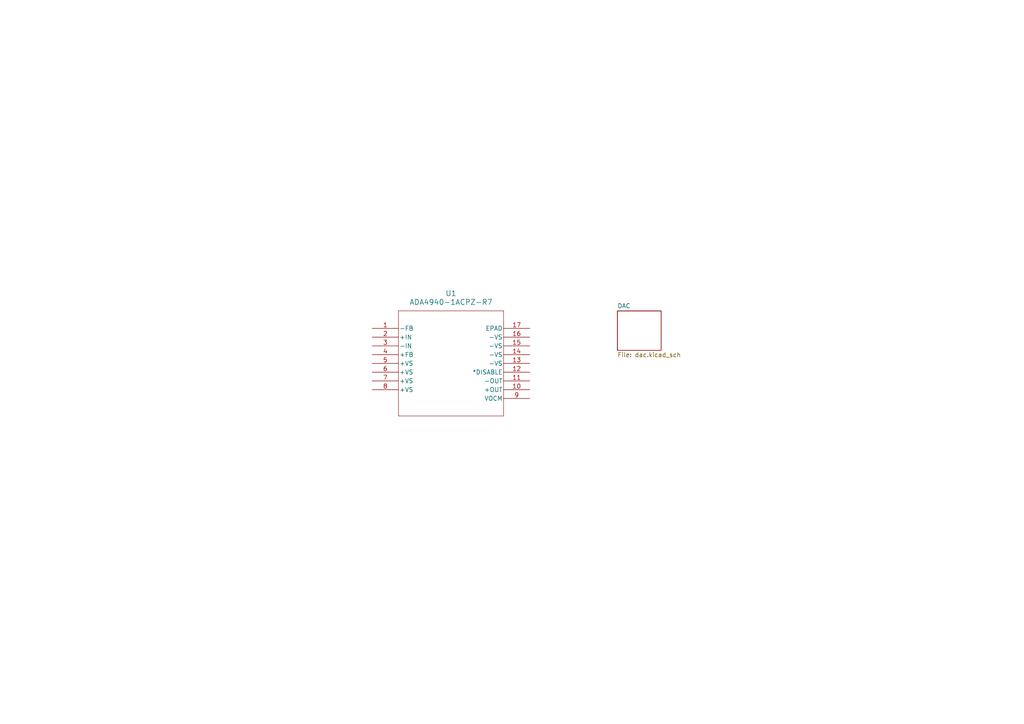
<source format=kicad_sch>
(kicad_sch (version 20250114) (generator "eeschema") (generator_version "9.0")
  (paper "A4")
  (lib_symbols
    (symbol "2025-04-06_00-22-58:ADA4940-1ACPZ-R7" (pin_names (offset 0.254))
      (property "Reference" "U" (at 22.86 10.16 0))
      (property "Value" "ADA4940-1ACPZ-R7" (at 22.86 7.62 0))
      (symbol "ADA4940-1ACPZ-R7_0_1"
        (polyline (pts (xy 7.62 5.08) (xy 7.62 -25.4)) (stroke (width 0.127)))
        (polyline (pts (xy 7.62 -25.4) (xy 38.1 -25.4)) (stroke (width 0.127)))
        (polyline (pts (xy 38.1 5.08) (xy 7.62 5.08)) (stroke (width 0.127)))
        (polyline (pts (xy 38.1 -25.4) (xy 38.1 5.08)) (stroke (width 0.127)))
        (pin unspecified line (at 0 0 0) (length 7.62) (name "-FB") (number "1"))
        (pin input line (at 0 -2.54 0) (length 7.62) (name "+IN") (number "2"))
        (pin input line (at 0 -5.08 0) (length 7.62) (name "-IN") (number "3"))
        (pin output line (at 0 -7.62 0) (length 7.62) (name "+FB") (number "4"))
        (pin power_in line (at 0 -10.16 0) (length 7.62) (name "+VS") (number "5"))
        (pin power_in line (at 0 -12.7 0) (length 7.62) (name "+VS") (number "6"))
        (pin power_in line (at 0 -15.24 0) (length 7.62) (name "+VS") (number "7"))
        (pin power_in line (at 0 -17.78 0) (length 7.62) (name "+VS") (number "8"))
        (pin unspecified line (at 45.72 0 180) (length 7.62) (name "EPAD") (number "17"))
        (pin power_in line (at 45.72 -2.54 180) (length 7.62) (name "-VS") (number "16"))
        (pin power_in line (at 45.72 -5.08 180) (length 7.62) (name "-VS") (number "15"))
        (pin power_in line (at 45.72 -7.62 180) (length 7.62) (name "-VS") (number "14"))
        (pin power_in line (at 45.72 -10.16 180) (length 7.62) (name "-VS") (number "13"))
        (pin unspecified line (at 45.72 -12.7 180) (length 7.62) (name "*DISABLE") (number "12"))
        (pin output line (at 45.72 -15.24 180) (length 7.62) (name "-OUT") (number "11"))
        (pin output line (at 45.72 -17.78 180) (length 7.62) (name "+OUT") (number "10"))
        (pin output line (at 45.72 -20.32 180) (length 7.62) (name "VOCM") (number "9"))
      )
    )
  )
  (symbol (lib_id "2025-04-06_00-22-58:ADA4940-1ACPZ-R7") (at 107.95 95.25 0) (unit 1)
    (property "Reference" "U1" (at 130.81 85.09 0) (effects (font (size 1.524 1.524))))
    (property "Value" "ADA4940-1ACPZ-R7" (at 130.81 87.63 0) (effects (font (size 1.524 1.524))))
    (property "Footprint" "CP_16_21_ADI" (effects (hide yes)))
    (property "Datasheet" "ADA4940-1ACPZ-R7" (effects (hide yes)))
  )
  (sheet (at 179.07 90.17) (size 12.7 11.43) (stroke (width 0.1524))
    (property "Sheetname" "DAC" (at 179.07 89.4584 0) (effects (justify left bottom)))
    (property "Sheetfile" "dac.kicad_sch" (at 179.07 102.1846 0) (effects (justify left top)))
  )
)
</source>
